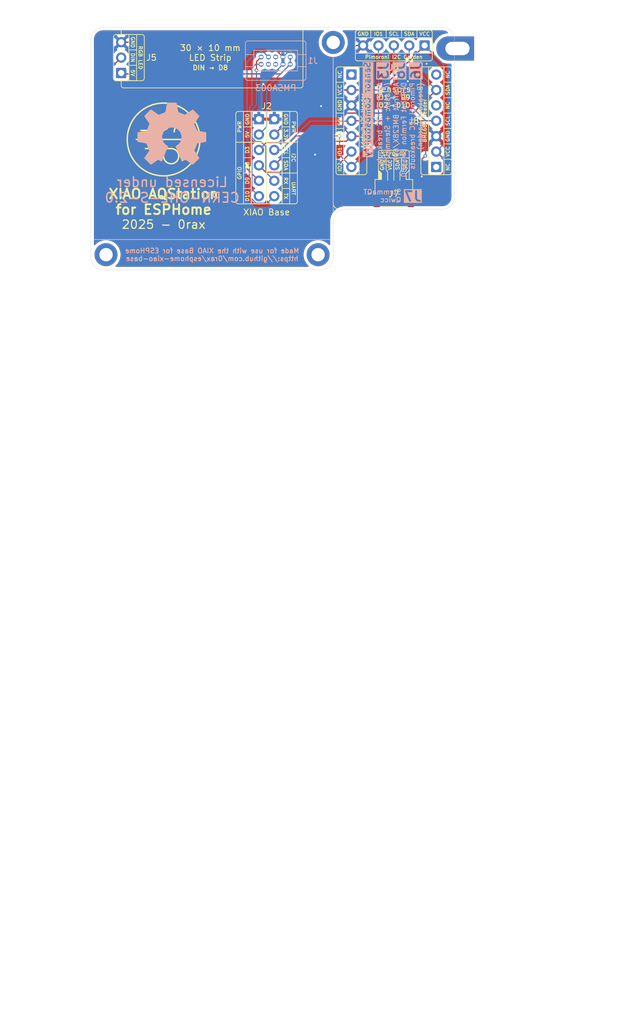
<source format=kicad_pcb>
(kicad_pcb (version 20241229) (generator "pcbnew") (generator_version "9.0")
  (title_block (title "XIAO AQStation for ESPHome") (date "2025-03-26") (rev "v1.00") (company "0rax") (comment 1 "https://github.com/0rax/esphome-xiao-base/"))
  (layers (0 "F.Cu" signal) (2 "B.Cu" signal) (13 "F.Paste" user) (15 "B.Paste" user) (5 "F.SilkS" user "F.Silkscreen") (7 "B.SilkS" user "B.Silkscreen") (1 "F.Mask" user) (3 "B.Mask" user) (25 "Edge.Cuts" user))
  (net 0 "")
  (net 1 "GND")
  (net 2 "+3.3V")
  (net 3 "/SCL")
  (net 4 "/SDA")
  (net 5 "+5V")
  (net 10 "/TX")
  (net 11 "/RX")
  (net 13 "/D3")
  (net 16 "/D8")
  (net 17 "/D9")
  (net 18 "/D10")
  (footprint "Connector_JST:JST_SH_SM04B-SRSS-TB_1x04-1MP_P1.00mm_Horizontal" (layer "F.Cu") (at 80 56.885)
    (property "Reference" "J7" (at 0 0.6 180) (layer "F.SilkS"))
    (property "Value" "StemmaQT_Qwiic_Header")
    (fp_text user "SCL" (at 1.905 -4.191 90) (layer "F.SilkS") (effects (font (size 0.6 0.6) (thickness 0.12))))
    (fp_text user "VCC" (at -0.635 -4.191 90) (layer "F.SilkS") (effects (font (size 0.6 0.6) (thickness 0.12))))
    (fp_text user "GND" (at -1.905 -4.191 90) (layer "F.SilkS") (effects (font (size 0.6 0.6) (thickness 0.12))))
    (fp_text user "SDA" (at 0.635 -4.191 90) (layer "F.SilkS") (effects (font (size 0.6 0.6) (thickness 0.12))))
    (fp_text user "ST/Qwiic" (at 0 -5.969 0) (layer "F.SilkS") (effects (font (size 0.6 0.6) (thickness 0.12))))
    (pad "1" smd roundrect (at -1.5 -2) (size 0.6 1.55) (layers "F.Cu" "F.Mask" "F.Paste") (net 1 "GND"))
    (pad "2" smd roundrect (at -0.5 -2) (size 0.6 1.55) (layers "F.Cu" "F.Mask" "F.Paste") (net 2 "+3.3V"))
    (pad "3" smd roundrect (at 0.5 -2) (size 0.6 1.55) (layers "F.Cu" "F.Mask" "F.Paste") (net 4 "/SDA"))
    (pad "4" smd roundrect (at 1.5 -2) (size 0.6 1.55) (layers "F.Cu" "F.Mask" "F.Paste") (net 3 "/SCL"))
    (pad "MP" smd roundrect (at -2.8 1.875) (size 1.2 1.8) (layers "F.Cu" "F.Mask" "F.Paste") (roundrect_rratio 0.208333))
    (pad "MP" smd roundrect (at 2.8 1.875) (size 1.2 1.8) (layers "F.Cu" "F.Mask" "F.Paste") (roundrect_rratio 0.208333))
  )
  (footprint "MountingHole:MountingHole_2.2mm_M2_ISO14580_Pad" (layer "F.Cu") (at 70 32.5)
    (property "Reference" "H7" (hide yes))
    (property "Value" "MountingHole_2.2mm_M2_ISO14580_Pad")
    (pad "1" thru_hole circle (at 0 0) (size 3.8 3.8) (drill 2.2) (layers "*.Cu" "*.Mask"))
  )
  (footprint "Header:Adafruit_I2C_Header" (layer "F.Cu") (at 73 45.42)
    (property "Reference" "J3" (at 3.6 0 0) (layer "F.SilkS"))
    (property "Value" "Adafruit_I2C_Header")
    (fp_text user "SDA" (at -1.905 2.54 90) (layer "F.SilkS") (effects (font (size 0.6 0.6) (thickness 0.12))))
    (fp_text user "NC" (at -1.905 -7.62 90) (layer "F.SilkS") (effects (font (size 0.6 0.6) (thickness 0.12))))
    (fp_text user "VCC" (at -1.905 -5.08 90) (layer "F.SilkS") (effects (font (size 0.6 0.6) (thickness 0.12))))
    (fp_text user "GND" (at -1.905 -2.54 90) (layer "F.SilkS") (effects (font (size 0.6 0.6) (thickness 0.12))))
    (fp_text user "IO2" (at -1.905 7.63 90) (layer "F.SilkS") (effects (font (size 0.6 0.6) (thickness 0.12))))
    (fp_text user "SCL" (at -1.905 0 90) (layer "F.SilkS") (effects (font (size 0.6 0.6) (thickness 0.12))))
    (fp_text user "IO1" (at -1.905 5.08 90) (layer "F.SilkS") (effects (font (size 0.6 0.6) (thickness 0.12))))
    (fp_text user "Adafruit I2C Header" (at 1.905 0.01 90) (layer "F.SilkS") (effects (font (size 0.6 0.6) (thickness 0.12) (bold yes))))
    (pad "1" thru_hole roundrect (at 0 -7.62) (size 1.7 1.7) (drill 1) (layers "*.Cu" "*.Mask") (roundrect_rratio 0.1))
    (pad "2" thru_hole circle (at 0 -5.08) (size 1.7 1.7) (drill 1) (layers "*.Cu" "*.Mask") (net 2 "+3.3V"))
    (pad "3" thru_hole circle (at 0 -2.54) (size 1.7 1.7) (drill 1) (layers "*.Cu" "*.Mask") (net 1 "GND"))
    (pad "4" thru_hole circle (at 0 0) (size 1.7 1.7) (drill 1) (layers "*.Cu" "*.Mask") (net 3 "/SCL"))
    (pad "5" thru_hole circle (at 0 2.54) (size 1.7 1.7) (drill 1) (layers "*.Cu" "*.Mask") (net 4 "/SDA"))
    (pad "6" thru_hole circle (at 0 5.08) (size 1.7 1.7) (drill 1) (layers "*.Cu" "*.Mask") (net 17 "/D9"))
    (pad "7" thru_hole circle (at 0 7.62) (size 1.7 1.7) (drill 1) (layers "*.Cu" "*.Mask") (net 18 "/D10"))
  )
  (footprint "LKBD_MountingHole:MountingHole_M2_Slot" (layer "F.Cu") (at 92 33.5 180)
    (property "Reference" "H2" (hide yes))
    (property "Value" "MountingHole_M2_Slot" (hide yes))
    (pad "1" thru_hole custom (at 1.5 0 180) (size 4 4) (drill oval 5.2 2.2 (offset 1.5 0)) (layers "*.Cu" "*.Mask") (options (clearance outline) (anchor circle)) (primitives (gr_rect (start -4.25 -2) (end 0 2) (width 0) (fill yes))))
  )
  (footprint "Header:Pimoroni_I2CGarden_Header" (layer "F.Cu") (at 80 33 -90)
    (property "Reference" "J6" (at 3.66 0 0) (layer "F.SilkS"))
    (property "Value" "Pimoroni_I2CGarden_Header")
    (fp_text user "IO1" (at -1.905 2.54 0) (layer "F.SilkS") (effects (font (size 0.6 0.6) (thickness 0.12))))
    (fp_text user "VCC" (at -1.905 -5.08 0) (layer "F.SilkS") (effects (font (size 0.6 0.6) (thickness 0.12))))
    (fp_text user "GND" (at -1.905 5.08 0) (layer "F.SilkS") (effects (font (size 0.6 0.6) (thickness 0.12))))
    (fp_text user "SCL" (at -1.905 0 0) (layer "F.SilkS") (effects (font (size 0.6 0.6) (thickness 0.12))))
    (fp_text user "SDA" (at -1.905 -2.54 0) (layer "F.SilkS") (effects (font (size 0.6 0.6) (thickness 0.12))))
    (fp_text user "Pimoroni I2C Garden" (at 1.905 0 0) (layer "F.SilkS") (effects (font (size 0.6 0.6) (thickness 0.12) (bold yes))))
    (pad "1" thru_hole roundrect (at 0 -5.08 270) (size 1.7 1.7) (drill 1) (layers "*.Cu" "*.Mask") (roundrect_rratio 0.1) (net 2 "+3.3V"))
    (pad "2" thru_hole circle (at 0 -2.54 270) (size 1.7 1.7) (drill 1) (layers "*.Cu" "*.Mask") (net 4 "/SDA"))
    (pad "3" thru_hole circle (at 0 0 270) (size 1.7 1.7) (drill 1) (layers "*.Cu" "*.Mask") (net 3 "/SCL"))
    (pad "4" thru_hole circle (at 0 2.54 270) (size 1.7 1.7) (drill 1) (layers "*.Cu" "*.Mask") (net 18 "/D10"))
    (pad "5" thru_hole circle (at 0 5.08 270) (size 1.7 1.7) (drill 1) (layers "*.Cu" "*.Mask") (net 1 "GND"))
  )
  (footprint "ESPHomeXIAOBase:XIAOBase_Header" (layer "F.Cu") (at 59 51.5)
    (property "Reference" "J2" (at 0 -8.5 0) (layer "F.SilkS"))
    (property "Value" "Conn_02x06_Odd_Even")
    (fp_text user "D9" (at -3.175 3.81 90) (layer "F.SilkS") (effects (font (size 0.6 0.6) (thickness 0.12))))
    (fp_text user "D10" (at -3.175 6.35 90) (layer "F.SilkS") (effects (font (size 0.6 0.6) (thickness 0.12))))
    (fp_text user "5V" (at -3.175 -3.81 90) (layer "F.SilkS") (effects (font (size 0.6 0.6) (thickness 0.12))))
    (fp_text user "D8" (at -3.175 1.27 90) (layer "F.SilkS") (effects (font (size 0.6 0.6) (thickness 0.12))))
    (fp_text user "D3" (at -3.175 -1.27 90) (layer "F.SilkS") (effects (font (size 0.6 0.6) (thickness 0.12))))
    (fp_text user "GND" (at 3.175 -6.35 270) (layer "F.SilkS") (effects (font (size 0.6 0.6) (thickness 0.12))))
    (fp_text user "GPIO" (at -4.445 2.54 90) (layer "F.SilkS") (effects (font (size 0.6 0.6) (thickness 0.12) (bold yes))))
    (fp_text user "RX" (at 3.175 3.81 270) (layer "F.SilkS") (effects (font (size 0.6 0.6) (thickness 0.12))))
    (fp_text user "GND" (at -3.175 -6.35 90) (layer "F.SilkS") (effects (font (size 0.6 0.6) (thickness 0.12))))
    (fp_text user "UART" (at 4.445 5.08 270) (layer "F.SilkS") (effects (font (size 0.6 0.6) (thickness 0.12) (bold yes))))
    (fp_text user "SDA" (at 3.175 1.27 270) (layer "F.SilkS") (effects (font (size 0.6 0.6) (thickness 0.12))))
    (fp_text user "PWR" (at -4.445 -5.08 90) (layer "F.SilkS") (effects (font (size 0.6 0.6) (thickness 0.12) (bold yes))))
    (fp_text user "I2C" (at 4.445 0 270) (layer "F.SilkS") (effects (font (size 0.6 0.6) (thickness 0.12) (bold yes))))
    (fp_text user "SCL" (at 3.175 -1.27 270) (layer "F.SilkS") (effects (font (size 0.6 0.6) (thickness 0.12))))
    (fp_text user "PWR" (at 4.445 -5.08 270) (layer "F.SilkS") (effects (font (size 0.6 0.6) (thickness 0.12) (bold yes))))
    (fp_text user "3.3V" (at 3.175 -3.81 270) (layer "F.SilkS") (effects (font (size 0.6 0.6) (thickness 0.12))))
    (fp_text user "TX" (at 3.175 6.35 270) (layer "F.SilkS") (effects (font (size 0.6 0.6) (thickness 0.12))))
    (pad "1" thru_hole roundrect (at 1.27 -6.35 180) (size 1.7 1.7) (drill 1) (layers "*.Cu" "*.Mask") (roundrect_rratio 0.1) (chamfer_ratio 0.2) (chamfer top_left) (net 1 "GND"))
    (pad "2" thru_hole roundrect (at -1.27 -6.35 180) (size 1.7 1.7) (drill 1) (layers "*.Cu" "*.Mask") (roundrect_rratio 0.1) (net 1 "GND"))
    (pad "3" thru_hole oval (at 1.27 -3.81 180) (size 1.7 1.7) (drill 1) (layers "*.Cu" "*.Mask") (net 2 "+3.3V"))
    (pad "4" thru_hole oval (at -1.27 -3.81 180) (size 1.7 1.7) (drill 1) (layers "*.Cu" "*.Mask") (net 5 "+5V"))
    (pad "5" thru_hole oval (at 1.27 -1.27 180) (size 1.7 1.7) (drill 1) (layers "*.Cu" "*.Mask") (net 3 "/SCL"))
    (pad "6" thru_hole oval (at -1.27 -1.27 180) (size 1.7 1.7) (drill 1) (layers "*.Cu" "*.Mask") (net 18 "/D10"))
    (pad "7" thru_hole oval (at 1.27 1.27 180) (size 1.7 1.7) (drill 1) (layers "*.Cu" "*.Mask") (net 4 "/SDA"))
    (pad "8" thru_hole oval (at -1.27 1.27 180) (size 1.7 1.7) (drill 1) (layers "*.Cu" "*.Mask") (net 17 "/D9"))
    (pad "9" thru_hole oval (at 1.27 3.81 180) (size 1.7 1.7) (drill 1) (layers "*.Cu" "*.Mask") (net 11 "/RX"))
    (pad "10" thru_hole oval (at -1.27 3.81 180) (size 1.7 1.7) (drill 1) (layers "*.Cu" "*.Mask") (net 16 "/D8"))
    (pad "11" thru_hole oval (at 1.27 6.35 180) (size 1.7 1.7) (drill 1) (layers "*.Cu" "*.Mask") (net 10 "/TX"))
    (pad "12" thru_hole oval (at -1.27 6.35 180) (size 1.7 1.7) (drill 1) (layers "*.Cu" "*.Mask") (net 13 "/D3"))
  )
  (footprint "Header:NeoPixel_Header" (layer "F.Cu") (at 35 35 180)
    (property "Reference" "J5" (at -5 0 180) (layer "F.SilkS"))
    (property "Value" "RGB_Header")
    (fp_text user "DIN" (at -1.905 0 270) (layer "F.SilkS") (effects (font (size 0.6 0.6) (thickness 0.12))))
    (fp_text user "GND" (at -1.905 2.54 270) (layer "F.SilkS") (effects (font (size 0.6 0.6) (thickness 0.12))))
    (fp_text user "RGB LED" (at -3.175 -0.019 270) (layer "F.SilkS") (effects (font (size 0.6 0.6) (thickness 0.12) (bold yes))))
    (fp_text user "5V" (at -1.905 -2.54 270) (layer "F.SilkS") (effects (font (size 0.6 0.6) (thickness 0.12))))
    (pad "1" thru_hole roundrect (at 0 -2.54 180) (size 1.7 1.7) (drill 1) (layers "*.Cu" "*.Mask") (roundrect_rratio 0.1) (net 5 "+5V"))
    (pad "2" thru_hole circle (at 0 0 180) (size 1.7 1.7) (drill 1) (layers "*.Cu" "*.Mask") (net 16 "/D8"))
    (pad "3" thru_hole circle (at 0 2.54 180) (size 1.7 1.7) (drill 1) (layers "*.Cu" "*.Mask") (net 1 "GND"))
  )
  (footprint "MountingHole:MountingHole_2.2mm_M2_ISO14580_Pad" (layer "F.Cu") (at 32.5 67.5)
    (property "Reference" "H3" (hide yes))
    (property "Value" "MountingHole_2.2mm_M2_ISO14580_Pad")
    (pad "1" thru_hole circle (at 0 0) (size 3.8 3.8) (drill 2.2) (layers "*.Cu" "*.Mask"))
  )
  (footprint "MountingHole:MountingHole_2.2mm_M2_ISO14580_Pad" (layer "F.Cu") (at 67.5 67.5)
    (property "Reference" "H4" (hide yes))
    (property "Value" "MountingHole_2.2mm_M2_ISO14580_Pad")
    (pad "1" thru_hole circle (at 0 0) (size 3.8 3.8) (drill 2.2) (layers "*.Cu" "*.Mask"))
  )
  (footprint "Header:BME680_Header" (layer "F.Cu") (at 87 45.42 180)
    (property "Reference" "J8" (at 3.7 0 0) (layer "F.SilkS"))
    (property "Value" "BME680_Header")
    (fp_text user "BME680 Header" (at 1.905 0.01 90) (layer "F.SilkS") (effects (font (size 0.6 0.6) (thickness 0.12) (bold yes))))
    (fp_text user "GND" (at -1.905 -2.54 90) (layer "F.SilkS") (effects (font (size 0.6 0.6) (thickness 0.12))))
    (fp_text user "SDA" (at -1.905 5.08 90) (layer "F.SilkS") (effects (font (size 0.6 0.6) (thickness 0.12))))
    (fp_text user "VCC" (at -1.905 -5.08 90) (layer "F.SilkS") (effects (font (size 0.6 0.6) (thickness 0.12))))
    (fp_text user "NC" (at -1.905 -7.62 90) (layer "F.SilkS") (effects (font (size 0.6 0.6) (thickness 0.12))))
    (fp_text user "SCL" (at -1.905 0 90) (layer "F.SilkS") (effects (font (size 0.6 0.6) (thickness 0.12))))
    (fp_text user "NC" (at -1.905 7.63 90) (layer "F.SilkS") (effects (font (size 0.6 0.6) (thickness 0.12))))
    (fp_text user "NC" (at -1.905 2.54 90) (layer "F.SilkS") (effects (font (size 0.6 0.6) (thickness 0.12))))
    (pad "1" thru_hole roundrect (at 0 -7.62 180) (size 1.7 1.7) (drill 1) (layers "*.Cu" "*.Mask") (roundrect_rratio 0.1))
    (pad "2" thru_hole circle (at 0 -5.08 180) (size 1.7 1.7) (drill 1) (layers "*.Cu" "*.Mask") (net 2 "+3.3V"))
    (pad "3" thru_hole circle (at 0 -2.54 180) (size 1.7 1.7) (drill 1) (layers "*.Cu" "*.Mask") (net 1 "GND"))
    (pad "4" thru_hole circle (at 0 0 180) (size 1.7 1.7) (drill 1) (layers "*.Cu" "*.Mask") (net 3 "/SCL"))
    (pad "5" thru_hole circle (at 0 2.54 180) (size 1.7 1.7) (drill 1) (layers "*.Cu" "*.Mask"))
    (pad "6" thru_hole circle (at 0 5.08 180) (size 1.7 1.7) (drill 1) (layers "*.Cu" "*.Mask") (net 4 "/SDA"))
    (pad "7" thru_hole circle (at 0 7.62 180) (size 1.7 1.7) (drill 1) (layers "*.Cu" "*.Mask"))
  )
  (footprint "AqSensor:PMSA003" (layer "B.Cu") (at 68 30 180)
    (property "Reference" "J1" (at 1.4 -5.5 180) (layer "B.SilkS") (effects (justify mirror)))
    (property "Value" "PMSA003" (at 7.5 -10 180) (layer "B.SilkS") (effects (justify mirror)))
    (pad "1" thru_hole circle (at 5.1 -4.9 180) (size 0.8 0.8) (drill oval 0.6 0.35) (layers "*.Cu" "*.Mask") (net 5 "+5V"))
    (pad "2" thru_hole circle (at 5.1 -6.1 180) (size 0.8 0.8) (drill oval 0.6 0.35) (layers "*.Cu" "*.Mask") (net 5 "+5V"))
    (pad "3" thru_hole circle (at 6.3 -4.9 180) (size 0.8 0.8) (drill oval 0.6 0.35) (layers "*.Cu" "*.Mask") (net 1 "GND"))
    (pad "4" thru_hole circle (at 6.3 -6.1 180) (size 0.8 0.8) (drill oval 0.6 0.35) (layers "*.Cu" "*.Mask") (net 1 "GND"))
    (pad "5" thru_hole circle (at 7.5 -4.9 180) (size 0.8 0.8) (drill oval 0.6 0.35) (layers "*.Cu" "*.Mask"))
    (pad "6" thru_hole circle (at 7.5 -6.1 180) (size 0.8 0.8) (drill oval 0.6 0.35) (layers "*.Cu" "*.Mask"))
    (pad "7" thru_hole circle (at 8.7 -4.9 180) (size 0.8 0.8) (drill oval 0.6 0.35) (layers "*.Cu" "*.Mask") (net 10 "/TX"))
    (pad "8" thru_hole circle (at 8.7 -6.1 180) (size 0.8 0.8) (drill oval 0.6 0.35) (layers "*.Cu" "*.Mask"))
    (pad "9" thru_hole circle (at 9.9 -4.9 180) (size 0.8 0.8) (drill oval 0.6 0.35) (layers "*.Cu" "*.Mask") (net 11 "/RX"))
    (pad "10" thru_hole circle (at 9.9 -6.1 180) (size 0.8 0.8) (drill oval 0.6 0.35) (layers "*.Cu" "*.Mask") (net 13 "/D3"))
  )
  (gr_line (start 70 59.2) (end 70 34.9) (stroke (width 0.12)) (layer "F.SilkS"))
  (gr_line (start 35.4 40) (end 64.6 40) (stroke (width 0.12)) (layer "F.SilkS"))
  (gr_line (start 38.25 47) (end 41.75 47) (stroke (width 0.24)) (layer "F.SilkS"))
  (gr_arc (start 43.25 50) (mid 44.133883 52.133883) (end 42 51.25) (stroke (width 0.24)) (layer "F.SilkS"))
  (gr_arc (start 35.4 40) (mid 35.117157 39.882843) (end 35 39.6) (stroke (width 0.12)) (layer "F.SilkS"))
  (gr_arc (start 71 60) (mid 70.292893 59.707107) (end 70 59) (stroke (width 0.12)) (layer "F.SilkS"))
  (gr_arc (start 65 39.6) (mid 64.882843 39.882843) (end 64.6 40) (stroke (width 0.12)) (layer "F.SilkS"))
  (gr_line (start 37.5 48.5) (end 45 48.5) (stroke (width 0.24)) (layer "F.SilkS"))
  (gr_circle (center 42 48.5) (end 42 54.5) (stroke (width 0.24)) (fill no) (layer "F.SilkS"))
  (gr_arc (start 43.75 47.25) (mid 45.883883 46.366117) (end 45 48.5) (stroke (width 0.24)) (layer "F.SilkS"))
  (gr_line (start 39 50) (end 43.25 50) (stroke (width 0.24)) (layer "F.SilkS"))
  (gr_line (start 35 31.15) (end 35 30.5) (stroke (width 0.12)) (layer "F.SilkS"))
  (gr_arc (start 40.5 45.75) (mid 42.633883 44.866117) (end 41.75 47) (stroke (width 0.24)) (layer "F.SilkS"))
  (gr_line (start 65 30.5) (end 65 39.6) (stroke (width 0.12)) (layer "F.SilkS"))
  (gr_line (start 35 39.6) (end 35 38.85) (stroke (width 0.12)) (layer "F.SilkS"))
  (gr_line (start 69.5 65) (end 30.5 65) (stroke (width 0.12)) (layer "B.SilkS"))
  (gr_line (start 70 60.5) (end 70 34.9) (stroke (width 0.12)) (layer "B.SilkS"))
  (gr_poly (pts (xy 44.081693 42.426547) (xy 44.084914 42.426788) (xy 44.088118 42.427184) (xy 44.0913 42.427731) (xy 44.094455 42.428426) (xy 44.097579 42.429264) (xy 44.100667 42.430242) (xy 44.103714 42.431354) (xy 44.106717 42.432598) (xy 44.109669 42.433968) (xy 44.115407 42.437074) (xy 44.120892 42.440638) (xy 44.126086 42.444629) (xy 44.130952 42.449014) (xy 44.135455 42.45376) (xy 44.139557 42.458834) (xy 44.143221 42.464205) (xy 44.144877 42.466991) (xy 44.146411 42.469839) (xy 44.147817 42.472745) (xy 44.14909 42.475704) (xy 44.150227 42.478713) (xy 44.151221 42.481767) (xy 44.15207 42.484863) (xy 44.152768 42.487996) (xy 44.421135 43.930645) (xy 44.423033 43.937533) (xy 44.425326 43.944251) (xy 44.428002 43.950785) (xy 44.43105 43.95712) (xy 44.434457 43.963242) (xy 44.438211 43.969138) (xy 44.442299 43.974793) (xy 44.44671 43.980193) (xy 44.451431 43.985324) (xy 44.45645 43.990172) (xy 44.461754 43.994724) (xy 44.467332 43.998963) (xy 44.473172 44.002878) (xy 44.47926 44.006453) (xy 44.485585 44.009674) (xy 44.492135 44.012528) (xy 45.459108 44.408215) (xy 45.465799 44.410854) (xy 45.472593 44.413071) (xy 45.47947 44.414868) (xy 45.486412 44.416248) (xy 45.4934 44.41721) (xy 45.500416 44.417757) (xy 45.50744 44.417889) (xy 45.514455 44.417608) (xy 45.52144 44.416915) (xy 45.528379 44.415811) (xy 45.535251 44.414298) (xy 45.542039 44.412378) (xy 45.548723 44.41005) (xy 45.555285 44.407318) (xy 45.561706 44.404181) (xy 45.567968 44.400641) (xy 46.773015 43.573296) (xy 46.775893 43.571562) (xy 46.778821 43.569963) (xy 46.784807 43.567169) (xy 46.790942 43.56491) (xy 46.797193 43.563183) (xy 46.803525 43.561985) (xy 46.809907 43.561312) (xy 46.816303 43.561162) (xy 46.822683 43.56153) (xy 46.829011 43.562414) (xy 46.835256 43.56381) (xy 46.841383 43.565715) (xy 46.84736 43.568126) (xy 46.853153 43.57104) (xy 46.85873 43.574452) (xy 46.864056 43.578361) (xy 46.866615 43.580501) (xy 46.869099 43.582763) (xy 47.883875 44.597539) (xy 47.886122 44.599858) (xy 47.888246 44.602284) (xy 47.890248 44.604811) (xy 47.892126 44.607433) (xy 47.893881 44.610143) (xy 47.895512 44.612936) (xy 47.897019 44.615804) (xy 47.898402 44.618741) (xy 47.899659 44.621742) (xy 47.900792 44.6248) (xy 47.90268 44.63106) (xy 47.904063 44.637471) (xy 47.904939 44.643982) (xy 47.905305 44.650544) (xy 47.905157 44.657105) (xy 47.904494 44.663614) (xy 47.903312 44.670022) (xy 47.902526 44.673172) (xy 47.901609 44.676277) (xy 47.900561 44.679331) (xy 47.899382 44.682329) (xy 47.898071 44.685263) (xy 47.896628 44.688127) (xy 47.895052 44.690915) (xy 47.893344 44.693621) (xy 47.080197 45.878316) (xy 47.076707 45.884507) (xy 47.073621 45.890857) (xy 47.070942 45.897347) (xy 47.06867 45.903957) (xy 47.066806 45.910669) (xy 47.065352 45.917464) (xy 47.064309 45.924322) (xy 47.063678 45.931225) (xy 47.06346 45.938153) (xy 47.063656 45.945087) (xy 47.064268 45.952009) (xy 47.065297 45.958898) (xy 47.066743 45.965737) (xy 47.068609 45.972506) (xy 47.070894 45.979186) (xy 47.073602 45.985757) (xy 47.500999 46.983496) (xy 47.503957 46.990036) (xy 47.507275 46.99635) (xy 47.51094 47.002427) (xy 47.514936 47.008255) (xy 47.519252 47.013823) (xy 47.523872 47.019118) (xy 47.528784 47.024129) (xy 47.533973 47.028843) (xy 47.539426 47.03325) (xy 47.545129 47.037337) (xy 47.551069 47.041093) (xy 47.557231 47.044506) (xy 47.563602 47.047564) (xy 47.570168 47.050256) (xy 47.576916 47.052569) (xy 47.583832 47.054492) (xy 48.978202 47.313866) (xy 48.978638 47.313866) (xy 48.981771 47.314521) (xy 48.984867 47.315333) (xy 48.987922 47.316295) (xy 48.990931 47.317404) (xy 48.99389 47.318655) (xy 48.996796 47.320042) (xy 48.999644 47.321562) (xy 49.00243 47.323208) (xy 49.005151 47.324976) (xy 49.007801 47.326862) (xy 49.010378 47.32886) (xy 49.012876 47.330966) (xy 49.015292 47.333174) (xy 49.017622 47.33548) (xy 49.019861 47.33788) (xy 49.022006 47.340367) (xy 49.024053 47.342937) (xy 49.025997 47.345586) (xy 49.027835 47.348309) (xy 49.029561 47.3511) (xy 49.031174 47.353955) (xy 49.032667 47.356868) (xy 49.034037 47.359836) (xy 49.035281 47.362853) (xy 49.036393 47.365914) (xy 49.03737 47.369015) (xy 49.038208 47.372151) (xy 49.038903 47.375316) (xy 49.039451 47.378506) (xy 49.039847 47.381716) (xy 49.040088 47.384941) (xy 49.040169 47.388176) (xy 49.040169 48.823725) (xy 49.039995 48.827077) (xy 49.039682 48.830395) (xy 49.039233 48.833675) (xy 49.038649 48.836914) (xy 49.037934 48.84011) (xy 49.03709 48.843258) (xy 49.03612 48.846355) (xy 49.035026 48.849399) (xy 49.032479 48.855313) (xy 49.02947 48.860974) (xy 49.026021 48.866357) (xy 49.022151 48.871435) (xy 49.017883 48.876183) (xy 49.013239 48.880576) (xy 49.008238 48.884588) (xy 49.002902 48.888193) (xy 49.000116 48.889835) (xy 48.997253 48.891365) (xy 48.994318 48.892781) (xy 48.991312 48.89408) (xy 48.988238 48.895257) (xy 48.9851 48.89631) (xy 48.981899 48.897236) (xy 48.978638 48.898032) (xy 47.617872 49.151255) (xy 47.611018 49.153154) (xy 47.604339 49.155456) (xy 47.597851 49.158147) (xy 47.591567 49.161216) (xy 47.585502 49.164648) (xy 47.579671 49.168431) (xy 47.574088 49.172552) (xy 47.568768 49.176998) (xy 47.563725 49.181757) (xy 47.558974 49.186814) (xy 47.554529 49.192159) (xy 47.550406 49.197776) (xy 47.546618 49.203654) (xy 47.54318 49.20978) (xy 47.540106 49.216141) (xy 47.537412 49.222724) (xy 47.112379 50.283886) (xy 47.109795 50.290564) (xy 47.107628 50.29734) (xy 47.105878 50.304197) (xy 47.104542 50.311117) (xy 47.103621 50.31808) (xy 47.103111 50.325067) (xy 47.103013 50.332062) (xy 47.103324 50.339045) (xy 47.104044 50.345998) (xy 47.10517 50.352902) (xy 47.106701 50.359739) (xy 47.108637 50.36649) (xy 47.110976 50.373138) (xy 47.113716 50.379663) (xy 47.116856 50.386047) (xy 47.120395 50.392272) (xy 47.89331 51.518278) (xy 47.89505 51.52117) (xy 47.896655 51.524111) (xy 47.89946 51.530127) (xy 47.901728 51.536291) (xy 47.903462 51.542571) (xy 47.904666 51.548933) (xy 47.905343 51.555344) (xy 47.905495 51.561771) (xy 47.905128 51.56818) (xy 47.904242 51.574539) (xy 47.902843 51.580813) (xy 47.900932 51.58697) (xy 47.898515 51.592977) (xy 47.895592 51.5988) (xy 47.892169 51.604406) (xy 47.888248 51.609761) (xy 47.886102 51.612334) (xy 47.883833 51.614833) (xy 46.869056 52.629609) (xy 46.866556 52.631842) (xy 46.863982 52.633953) (xy 46.861339 52.635941) (xy 46.858631 52.637806) (xy 46.855862 52.639548) (xy 46.853036 52.641167) (xy 46.850157 52.642662) (xy 46.84723 52.644032) (xy 46.841245 52.646397) (xy 46.835114 52.648261) (xy 46.828871 52.649619) (xy 46.822546 52.650468) (xy 46.816174 52.650807) (xy 46.809787 52.650631) (xy 46.803417 52.649937) (xy 46.797097 52.648723) (xy 46.793966 52.64792) (xy 46.79086 52.646986) (xy 46.787783 52.64592) (xy 46.784739 52.644721) (xy 46.781731 52.643391) (xy 46.778765 52.641927) (xy 46.775844 52.640331) (xy 46.772972 52.638601) (xy 45.666373 51.879414) (xy 45.660229 51.87596) (xy 45.653922 51.872933) (xy 45.647475 51.870331) (xy 45.640907 51.868157) (xy 45.634239 51.866411) (xy 45.627493 51.865093) (xy 45.62069 51.864205) (xy 45.613851 51.863746) (xy 45.606996 51.863719) (xy 45.600147 51.864124) (xy 45.593325 51.86496) (xy 45.586551 51.86623) (xy 45.579845 51.867934) (xy 45.57323 51.870073) (xy 45.566725 51.872647) (xy 45.560352 51.875657) (xy 45.072841 52.135976) (xy 45.070111 52.137357) (xy 45.067324 52.138584) (xy 45.064489 52.139658) (xy 45.061611 52.140576) (xy 45.058696 52.14134) (xy 45.05575 52.141948) (xy 45.052781 52.1424) (xy 45.049794 52.142696) (xy 45.046796 52.142835) (xy 45.043792 52.142817) (xy 45.04079 52.142641) (xy 45.037795 52.142307) (xy 45.034814 52.141814) (xy 45.031853 52.141163) (xy 45.028919 52.140351) (xy 45.026017 52.13938) (xy 45.023171 52.138255) (xy 45.020403 52.136986) (xy 45.017718 52.135578) (xy 45.01512 52.134036) (xy 45.012613 52.132363) (xy 45.010203 52.130565) (xy 45.007893 52.128645) (xy 45.005688 52.126608) (xy 45.003593 52.124458) (xy 45.001613 52.1222) (xy 44.999751 52.119838) (xy 44.998012 52.117377) (xy 44.996401 52.114821) (xy 44.994923 52.112174) (xy 44.993581 52.109442) (xy 44.992381 52.106627) (xy 43.986633 49.676147) (xy 43.985509 49.673002) (xy 43.98453 49.669834) (xy 43.983002 49.663452) (xy 43.982038 49.657032) (xy 43.981628 49.65061) (xy 43.98176 49.644216) (xy 43.982424 49.637885) (xy 43.983609 49.63165) (xy 43.985305 49.625542) (xy 43.987501 49.619597) (xy 43.990187 49.613846) (xy 43.993351 49.608322) (xy 43.996983 49.603059) (xy 44.001073 49.598089) (xy 44.00561 49.593446) (xy 44.010582 49.589163) (xy 44.013228 49.587166) (xy 44.01598 49.585272) (xy 44.138094 49.510489) (xy 44.146959 49.504743) (xy 44.156403 49.498249) (xy 44.166247 49.491146) (xy 44.176313 49.483571) (xy 44.186424 49.475664) (xy 44.196401 49.467562) (xy 44.206066 49.459405) (xy 44.215242 49.451329) (xy 44.270009 49.414725) (xy 44.322862 49.376162) (xy 44.373776 49.335714) (xy 44.422723 49.293453) (xy 44.469675 49.249452) (xy 44.514606 49.203782) (xy 44.557489 49.156517) (xy 44.598295 49.107729) (xy 44.636999 49.05749) (xy 44.673573 49.005874) (xy 44.707989 48.952951) (xy 44.74022 48.898796) (xy 44.77024 48.84348) (xy 44.798021 48.787075) (xy 44.823535 48.729655) (xy 44.846756 48.671292) (xy 44.867657 48.612059) (xy 44.88621 48.552027) (xy 44.902387 48.491269) (xy 44.916163 48.429858) (xy 44.927509 48.367867) (xy 44.936399 48.305367) (xy 44.942805 48.242431) (xy 44.9467 48.179133) (xy 44.948057 48.115543) (xy 44.946848 48.051735) (xy 44.943047 47.987782) (xy 44.936626 47.923755) (xy 44.927558 47.859727) (xy 44.915816 47.795771) (xy 44.901373 47.731959) (xy 44.884201 47.668364) (xy 44.864428 47.605529) (xy 44.842238 47.54398) (xy 44.817695 47.483765) (xy 44.790859 47.42493) (xy 44.761794 47.36752) (xy 44.73056 47.311583) (xy 44.69722 47.257164) (xy 44.661837 47.204311) (xy 44.624471 47.15307) (xy 44.585184 47.103486) (xy 44.54404 47.055608) (xy 44.501099 47.00948) (xy 44.456424 46.96515) (xy 44.410076 46.922663) (xy 44.362118 46.882067) (xy 44.312611 46.843408) (xy 44.261617 46.806732) (xy 44.209199 46.772086) (xy 44.155418 46.739516) (xy 44.100337 46.709068) (xy 44.044016 46.680789) (xy 43.986519 46.654726) (xy 43.927906 46.630924) (xy 43.868241 46.609431) (xy 43.807585 46.590292) (xy 43.746 46.573555) (xy 43.683547 46.559265) (xy 43.62029 46.547469) (xy 43.556289 46.538214) (xy 43.491607 46.531546) (xy 43.426305 46.52751) (xy 43.360446 46.526155) (xy 43.294587 46.52751) (xy 43.229286 46.531546) (xy 43.100603 46.547469) (xy 42.974892 46.573555) (xy 42.852651 46.609431) (xy 42.734373 46.654726) (xy 42.620555 46.709068) (xy 42.511693 46.772086) (xy 42.408281 46.843409) (xy 42.310816 46.922664) (xy 42.219792 47.009481) (xy 42.135707 47.103487) (xy 42.059055 47.204312) (xy 41.990331 47.311584) (xy 41.930032 47.424931) (xy 41.878654 47.543982) (xy 41.856464 47.60553) (xy 41.83669 47.668365) (xy 41.805075 47.795772) (xy 41.784266 47.923756) (xy 41.774044 48.051736) (xy 41.774192 48.179134) (xy 41.784493 48.305368) (xy 41.804729 48.429859) (xy 41.834682 48.552028) (xy 41.874136 48.671293) (xy 41.922871 48.787076) (xy 41.980672 48.898797) (xy 42.047319 49.005875) (xy 42.122597 49.10773) (xy 42.206286 49.203783) (xy 42.29817 49.293455) (xy 42.39803 49.376164) (xy 42.50565 49.451331) (xy 42.514827 49.459562) (xy 42.524491 49.467832) (xy 42.534467 49.476001) (xy 42.544577 49.483931) (xy 42.554642 49.491484) (xy 42.564486 49.498521) (xy 42.573931 49.504902) (xy 42.5828 49.510489) (xy 42.704914 49.585272) (xy 42.707679 49.587156) (xy 42.710339 49.589144) (xy 42.712891 49.591231) (xy 42.715335 49.593413) (xy 42.71767 49.595686) (xy 42.719893 49.598046) (xy 42.722004 49.600489) (xy 42.724001 49.60301) (xy 42.725883 49.605606) (xy 42.727648 49.608271) (xy 42.729296 49.611003) (xy 42.730824 49.613796) (xy 42.732231 49.616646) (xy 42.733517 49.61955) (xy 42.734679 49.622503) (xy 42.735717 49.625501) (xy 42.736629 49.628539) (xy 42.737413 49.631614) (xy 42.738068 49.634721) (xy 42.738594 49.637857) (xy 42.738988 49.641016) (xy 42.739249 49.644195) (xy 42.739376 49.64739) (xy 42.739368 49.650595) (xy 42.739223 49.653808) (xy 42.738939 49.657024) (xy 42.738516 49.660239) (xy 42.737952 49.663448) (xy 42.737246 49.666648) (xy 42.736397 49.669834) (xy 42.735402 49.673002) (xy 42.734261 49.676147) (xy 41.728475 52.106119) (xy 41.727292 52.10895) (xy 41.725966 52.1117) (xy 41.724503 52.114363) (xy 41.722905 52.116937) (xy 41.721178 52.119416) (xy 41.719327 52.121796) (xy 41.717356 52.124073) (xy 41.715269 52.126241) (xy 41.713072 52.128297) (xy 41.710768 52.130235) (xy 41.708362 52.132052) (xy 41.705859 52.133744) (xy 41.703262 52.135304) (xy 41.700578 52.13673) (xy 41.69781 52.138017) (xy 41.694963 52.139159) (xy 41.692058 52.140148) (xy 41.68912 52.140976) (xy 41.686155 52.141644) (xy 41.683169 52.142152) (xy 41.680168 52.1425) (xy 41.677159 52.14269) (xy 41.674148 52.142721) (xy 41.671141 52.142594) (xy 41.668145 52.142309) (xy 41.665167 52.141867) (xy 41.662212 52.141268) (xy 41.659287 52.140513) (xy 41.656398 52.139602) (xy 41.653551 52.138536) (xy 41.650754 52.137314) (xy 41.648012 52.135938) (xy 41.160504 51.87563) (xy 41.154143 51.872596) (xy 41.14765 51.869998) (xy 41.141043 51.867834) (xy 41.134345 51.866104) (xy 41.127577 51.864808) (xy 41.120759 51.863945) (xy 41.113913 51.863514) (xy 41.107059 51.863514) (xy 41.100219 51.863945) (xy 41.093414 51.864806) (xy 41.086664 51.866097) (xy 41.07999 51.867817) (xy 41.073415 51.869964) (xy 41.066957 51.87254) (xy 41.06064 51.875542) (xy 41.054483 51.878971) (xy 39.947882 52.638594) (xy 39.944997 52.640331) (xy 39.942062 52.641934) (xy 39.93606 52.644739) (xy 39.92991 52.647013) (xy 39.923644 52.648759) (xy 39.917294 52.649979) (xy 39.910895 52.650677) (xy 39.904477 52.650856) (xy 39.898075 52.650518) (xy 39.89172 52.649668) (xy 39.885446 52.648307) (xy 39.879286 52.646439) (xy 39.873271 52.644067) (xy 39.867435 52.641194) (xy 39.861811 52.637823) (xy 39.85643 52.633957) (xy 39.853842 52.631839) (xy 39.851327 52.629599) (xy 38.836076 51.614836) (xy 38.833822 51.612327) (xy 38.83169 51.609744) (xy 38.829683 51.607091) (xy 38.8278 51.604371) (xy 38.826041 51.60159) (xy 38.824408 51.598751) (xy 38.8229 51.595858) (xy 38.821517 51.592916) (xy 38.820261 51.589929) (xy 38.819132 51.5869) (xy 38.817254 51.580737) (xy 38.815887 51.574459) (xy 38.815034 51.568099) (xy 38.814698 51.561691) (xy 38.814882 51.555269) (xy 38.815589 51.548864) (xy 38.81614 51.545679) (xy 38.816823 51.542512) (xy 38.817639 51.539365) (xy 38.818587 51.536243) (xy 38.819668 51.533152) (xy 38.820883 51.530093) (xy 38.822231 51.527073) (xy 38.823714 51.524095) (xy 38.825332 51.521162) (xy 38.827084 51.51828) (xy 39.6 50.391801) (xy 39.603526 50.385605) (xy 39.606655 50.37925) (xy 39.609387 50.372755) (xy 39.611719 50.366138) (xy 39.61365 50.359417) (xy 39.615179 50.35261) (xy 39.616304 50.345737) (xy 39.617025 50.338814) (xy 39.617339 50.331862) (xy 39.617246 50.324897) (xy 39.616744 50.317939) (xy 39.615831 50.311006) (xy 39.614507 50.304116) (xy 39.612769 50.297288) (xy 39.610617 50.290539) (xy 39.608049 50.283888) (xy 39.183486 49.222725) (xy 39.180758 49.216185) (xy 39.177656 49.209867) (xy 39.174195 49.203782) (xy 39.170389 49.197945) (xy 39.166252 49.192366) (xy 39.161799 49.187059) (xy 39.157044 49.182037) (xy 39.152002 49.177312) (xy 39.146686 49.172897) (xy 39.141111 49.168804) (xy 39.135292 49.165047) (xy 39.129242 49.161636) (xy 39.122975 49.158587) (xy 39.116507 49.15591) (xy 39.109852 49.153619) (xy 39.103024 49.151725) (xy 37.742257 48.897562) (xy 37.738996 48.896766) (xy 37.735795 48.89584) (xy 37.732656 48.894787) (xy 37.729583 48.893609) (xy 37.726577 48.892311) (xy 37.723642 48.890895) (xy 37.720779 48.889364) (xy 37.717993 48.887722) (xy 37.715284 48.885972) (xy 37.712657 48.884117) (xy 37.710114 48.882161) (xy 37.707656 48.880106) (xy 37.705288 48.877955) (xy 37.703012 48.875713) (xy 37.700829 48.873381) (xy 37.698744 48.870964) (xy 37.696758 48.868465) (xy 37.694875 48.865886) (xy 37.693096 48.863231) (xy 37.691425 48.860504) (xy 37.689864 48.857706) (xy 37.688416 48.854843) (xy 37.687084 48.851916) (xy 37.685869 48.848929) (xy 37.684776 48.845885) (xy 37.683806 48.842787) (xy 37.682962 48.839639) (xy 37.682247 48.836444) (xy 37.681663 48.833205) (xy 37.681213 48.829925) (xy 37.6809 48.826607) (xy 37.680727 48.823255) (xy 37.680727 47.388175) (xy 37.680808 47.38494) (xy 37.681049 47.381716) (xy 37.681445 47.378506) (xy 37.681992 47.375316) (xy 37.682687 47.372152) (xy 37.683525 47.369017) (xy 37.684503 47.365917) (xy 37.685615 47.362856) (xy 37.688229 47.356872) (xy 37.691335 47.351104) (xy 37.694899 47.345592) (xy 37.69889 47.340373) (xy 37.703275 47.335487) (xy 37.708021 47.330972) (xy 37.713095 47.326868) (xy 37.718466 47.323214) (xy 37.721252 47.321567) (xy 37.7241 47.320047) (xy 37.727006 47.318659) (xy 37.729965 47.317408) (xy 37.732974 47.316298) (xy 37.736028 47.315334) (xy 37.739124 47.314522) (xy 37.742257 47.313865) (xy 39.137102 47.054492) (xy 39.144037 47.052605) (xy 39.150803 47.050322) (xy 39.157387 47.047654) (xy 39.163774 47.044614) (xy 39.16995 47.041214) (xy 39.175901 47.037466) (xy 39.181612 47.033382) (xy 39.187071 47.028974) (xy 39.192262 47.024254) (xy 39.197172 47.019234) (xy 39.201786 47.013926) (xy 39.20609 47.008343) (xy 39.210071 47.002496) (xy 39.213714 46.996398) (xy 39.217006 46.990061) (xy 39.219931 46.983496) (xy 39.64733 45.985758) (xy 39.650021 45.979183) (xy 39.652293 45.972502) (xy 39.654146 45.965732) (xy 39.655582 45.958893) (xy 39.656602 45.952004) (xy 39.657208 45.945084) (xy 39.6574 45.938152) (xy 39.657179 45.931225) (xy 39.656547 45.924325) (xy 39.655505 45.917468) (xy 39.654053 45.910675) (xy 39.652195 45.903963) (xy 39.649929 45.897353) (xy 39.647258 45.890862) (xy 39.644182 45.884511) (xy 39.640704 45.878316) (xy 38.82803 44.693621) (xy 38.8263 44.690749) (xy 38.824703 44.687829) (xy 38.821909 44.681855) (xy 38.819645 44.675734) (xy 38.817907 44.669497) (xy 38.816693 44.663178) (xy 38.816 44.656808) (xy 38.815824 44.650421) (xy 38.816162 44.644049) (xy 38.817012 44.637724) (xy 38.81837 44.631481) (xy 38.820234 44.62535) (xy 38.822599 44.619366) (xy 38.825464 44.61356) (xy 38.828825 44.607965) (xy 38.832679 44.602614) (xy 38.83479 44.60004) (xy 38.837023 44.597539) (xy 39.8518 43.581816) (xy 39.854302 43.579546) (xy 39.85688 43.577401) (xy 39.859529 43.575381) (xy 39.862245 43.573485) (xy 39.865024 43.571715) (xy 39.867861 43.570072) (xy 39.870753 43.568554) (xy 39.873694 43.567163) (xy 39.876682 43.5659) (xy 39.879711 43.564763) (xy 39.882778 43.563755) (xy 39.885877 43.562875) (xy 39.89216 43.561502) (xy 39.898525 43.560646) (xy 39.904938 43.560312) (xy 39.911366 43.560501) (xy 39.914575 43.560794) (xy 39.917775 43.561218) (xy 39.920962 43.561775) (xy 39.924131 43.562466) (xy 39.927279 43.563289) (xy 39.930401 43.564247) (xy 39.933493 43.565338) (xy 39.936551 43.566565) (xy 39.93957 43.567926) (xy 39.942547 43.569422) (xy 39.945477 43.571055) (xy 39.948355 43.572823) (xy 41.153402 44.400642) (xy 41.158956 44.404092) (xy 41.164932 44.407161) (xy 41.171273 44.409845) (xy 41.177926 44.412142) (xy 41.184833 44.414048) (xy 41.19194 44.41556) (xy 41.199191 44.416674) (xy 41.206531 44.417386) (xy 41.213905 44.417693) (xy 41.221256 44.417592) (xy 41.228529 44.417079) (xy 41.23567 44.416151) (xy 41.242621 44.414804) (xy 41.249329 44.413034) (xy 41.255737 44.41084) (xy 41.261791 44.408216) (xy 42.228763 44.012528) (xy 42.231865 44.011433) (xy 42.234953 44.010194) (xy 42.238025 44.008815) (xy 42.241075 44.007301) (xy 42.247092 44.00389) (xy 42.25297 44) (xy 42.258673 43.995672) (xy 42.264165 43.990946) (xy 42.269413 43.985862) (xy 42.274379 43.980461) (xy 42.27903 43.974782) (xy 42.283328 43.968867) (xy 42.28724 43.962754) (xy 42.29073 43.956485) (xy 42.293762 43.950099) (xy 42.296301 43.943637) (xy 42.297375 43.94039) (xy 42.298312 43.937139) (xy 42.299108 43.933889) (xy 42.299759 43.930645) (xy 42.568126 42.48847) (xy 42.568919 42.485199) (xy 42.569841 42.481989) (xy 42.570892 42.47884) (xy 42.572066 42.475756) (xy 42.573361 42.47274) (xy 42.574774 42.469793) (xy 42.576302 42.46692) (xy 42.577941 42.464121) (xy 42.579688 42.461401) (xy 42.58154 42.458761) (xy 42.583495 42.456205) (xy 42.585548 42.453734) (xy 42.587696 42.451352) (xy 42.589937 42.449062) (xy 42.592267 42.446865) (xy 42.594683 42.444765) (xy 42.597182 42.442764) (xy 42.59976 42.440866) (xy 42.602415 42.439071) (xy 42.605143 42.437384) (xy 42.607941 42.435807) (xy 42.610806 42.434342) (xy 42.613735 42.432992) (xy 42.616724 42.43176) (xy 42.619771 42.430649) (xy 42.622872 42.429661) (xy 42.626023 42.428798) (xy 42.629223 42.428064) (xy 42.632467 42.427462) (xy 42.635753 42.426992) (xy 42.639077 42.42666) (xy 42.642436 42.426466) (xy 44.078459 42.426466)) (fill yes) (layer "B.SilkS"))
  (gr_arc (start 32 70) (mid 30.585786 69.414214) (end 30 68) (stroke (width 0.05)) (layer "Edge.Cuts"))
  (gr_arc (start 70 62) (mid 70.585786 60.585786) (end 72 60) (stroke (width 0.05)) (layer "Edge.Cuts"))
  (gr_arc (start 90 58) (mid 89.414214 59.414214) (end 88 60) (stroke (width 0.05)) (layer "Edge.Cuts"))
  (gr_arc (start 70 68) (mid 69.414214 69.414214) (end 68 70) (stroke (width 0.05)) (layer "Edge.Cuts"))
  (gr_line (start 90 32) (end 90 58) (stroke (width 0.05)) (layer "Edge.Cuts"))
  (gr_line (start 32 30) (end 88 30) (stroke (width 0.05)) (layer "Edge.Cuts"))
  (gr_arc (start 30 32) (mid 30.585786 30.585786) (end 32 30) (stroke (width 0.05)) (layer "Edge.Cuts"))
  (gr_arc (start 88 30) (mid 89.414214 30.585786) (end 90 32) (stroke (width 0.05)) (layer "Edge.Cuts"))
  (gr_line (start 30 68) (end 30 32) (stroke (width 0.05)) (layer "Edge.Cuts"))
  (gr_line (start 70 62) (end 70 68) (stroke (width 0.05)) (layer "Edge.Cuts"))
  (gr_line (start 68 70) (end 32 70) (stroke (width 0.05)) (layer "Edge.Cuts"))
  (gr_line (start 88 60) (end 72 60) (stroke (width 0.05)) (layer "Edge.Cuts"))
  (gr_text "DIN → D8" (at 49.7 36.2 0) (layer "F.SilkS") (effects (font (size 0.8 0.8)) (justify top)))
  (gr_text "2025 - 0rax" (at 42 61.7 0) (layer "F.SilkS") (effects (font (size 1.4 1.4) (thickness 0.2)) (justify top)))
  (gr_text "XIAO AQStation\nfor ESPHome" (at 42 61 0) (layer "F.SilkS") (effects (font (size 1.6 1.6) (thickness 0.32) (bold yes)) (justify bottom)))
  (gr_text "XIAO Base" (at 59 60.5 0) (layer "F.SilkS") (effects (font (size 1 1))))
  (gr_text "D9\nD10" (at 82.8 41.1 0) (layer "F.SilkS") (effects (font (size 0.8 0.8)) (justify right top)))
  (gr_text "→\n→" (at 79.75 41.1 0) (layer "F.SilkS") (effects (font (size 0.8 0.8)) (justify top)))
  (gr_text "Sensors" (at 79.9 40.2 0) (layer "F.SilkS") (effects (font (size 1 1))))
  (gr_text "30 × 10 mm\nLED Strip" (at 49.7 35.6 0) (layer "F.SilkS") (effects (font (size 1 1)) (justify bottom)))
  (gr_text "IO1\nIO2" (at 77 41.1 0) (layer "F.SilkS") (effects (font (size 0.8 0.8)) (justify left top)))
  (gr_text "StemmaQT\nQwicc" (at 81.3 57.8 0) (layer "B.SilkS") (effects (font (size 0.8 0.8)) (justify left mirror)))
  (gr_text "Pimoroni I2C breakouts\n(Breakout Garden)" (at 83.7 39.05 90) (layer "B.SilkS") (effects (font (size 0.8 0.8)) (justify left mirror)))
  (gr_text "Made for use with the XIAO Base for ESPHome\nhttps://github.com/0rax/esphome-xiao-base" (at 50 67.5 0) (layer "B.SilkS") (effects (font (size 0.8 0.8)) (justify mirror)))
  (gr_text "J8" (at 81 38.8 90) (layer "B.SilkS" knockout) (effects (font (size 1.6 1.6) (thickness 0.32) (bold yes)) (justify right mirror)))
  (gr_text "J6" (at 83.7 38.8 90) (layer "B.SilkS" knockout) (effects (font (size 1.6 1.6) (thickness 0.32) (bold yes)) (justify right mirror)))
  (gr_text "Licensed under\nCERN-OHL-S-2.0" (at 43.425 54.591801 0) (layer "B.SilkS") (effects (font (size 1.6 1.6) (thickness 0.24)) (justify top mirror)))
  (gr_text "Adafruit I2C breakouts\n(Classic + StemmaQT)" (at 78.3 39 90) (layer "B.SilkS") (effects (font (size 0.8 0.8)) (justify left mirror)))
  (gr_text "J7" (at 81.55 57.9 0) (layer "B.SilkS" knockout) (effects (font (size 1.6 1.6) (thickness 0.32) (bold yes)) (justify right mirror)))
  (gr_text "Sensor Compatibility" (at 76.2 35.6 90) (layer "B.SilkS" knockout) (effects (font (size 1 1) (thickness 0.2) (bold yes)) (justify left bottom mirror)))
  (gr_text "J3" (at 78.3 38.8 90) (layer "B.SilkS" knockout) (effects (font (size 1.6 1.6) (thickness 0.32) (bold yes)) (justify right mirror)))
  (gr_text "Adafruit BME28X/68X\nDFRobot Fermion BME680" (at 81 39 90) (layer "B.SilkS") (effects (font (size 0.8 0.8)) (justify left mirror)))
  (segment (start 59.26 32.46) (end 61.7 34.9) (width 0.2) (layer "F.Cu") (net 1))
  (segment (start 35 32.46) (end 59.26 32.46) (width 0.2) (layer "F.Cu") (net 1))
  (segment (start 57.73 45.15) (end 60.27 45.15) (width 0.2) (layer "F.Cu") (net 1))
  (segment (start 57.73 45.15) (end 61.65 45.15) (width 0.2) (layer "F.Cu") (net 1))
  (segment (start 61.65 45.15) (end 73.8 33) (width 0.2) (layer "F.Cu") (net 1))
  (segment (start 73.8 33) (end 74.92 33) (width 0.2) (layer "F.Cu") (net 1))
  (via (at 68 43) (size 0.6) (drill 0.3) (layers "F.Cu" "B.Cu") (net 1))
  (via (at 58.45 39.35) (size 0.6) (drill 0.3) (layers "F.Cu" "B.Cu") (net 1))
  (via (at 84.6 54.6) (size 0.6) (drill 0.3) (layers "F.Cu" "B.Cu") (net 1))
  (via (at 85.4 36) (size 0.6) (drill 0.3) (layers "F.Cu" "B.Cu") (net 1))
  (via (at 67 51) (size 0.6) (drill 0.3) (layers "F.Cu" "B.Cu") (net 1))
  (via (at 82.3 38.9) (size 0.6) (drill 0.3) (layers "F.Cu" "B.Cu") (net 1))
  (segment (start 57.7315 45.1485) (end 57.7315 40.0685) (width 0.2) (layer "B.Cu") (net 1))
  (segment (start 57.7315 40.0685) (end 58.45 39.35) (width 0.2) (layer "B.Cu") (net 1))
  (segment (start 57.73 45.15) (end 57.7315 45.1485) (width 0.2) (layer "B.Cu") (net 1))
  (segment (start 58.45 39.35) (end 61.7 36.1) (width 0.2) (layer "B.Cu") (net 1))
  (segment (start 64.2148 34.1548) (end 62.4452 34.1548) (width 0.2) (layer "B.Cu") (net 1))
  (segment (start 62.4452 34.1548) (end 61.7 34.9) (width 0.2) (layer "B.Cu") (net 1))
  (segment (start 73 42.94) (end 64.2148 34.1548) (width 0.2) (layer "B.Cu") (net 1))
  (segment (start 61.7 36.1) (end 61.7 34.9) (width 0.2) (layer "B.Cu") (net 1))
  (segment (start 79.5 55.341) (end 80.1574 55.9984) (width 0.2) (layer "F.Cu") (net 2))
  (segment (start 73 40.34) (end 71.64 40.34) (width 0.2) (layer "F.Cu") (net 2))
  (segment (start 60.27 47.69) (end 60.27 47.1815) (width 0.2) (layer "F.Cu") (net 2))
  (segment (start 88.2155 51.7155) (end 87 50.5) (width 0.2) (layer "F.Cu") (net 2))
  (segment (start 67.62 40.34) (end 77.74 40.34) (width 0.2) (layer "F.Cu") (net 2))
  (segment (start 67.62 40.34) (end 73 40.34) (width 0.2) (layer "F.Cu") (net 2))
  (segment (start 80.1574 55.9984) (end 86.1394 55.9984) (width 0.2) (layer "F.Cu") (net 2))
  (segment (start 86.1394 55.9984) (end 88.2155 53.9223) (width 0.2) (layer "F.Cu") (net 2))
  (segment (start 88.2155 53.9223) (end 88.2155 51.7155) (width 0.2) (layer "F.Cu") (net 2))
  (segment (start 60.27 47.69) (end 67.62 40.34) (width 0.2) (layer "F.Cu") (net 2))
  (segment (start 77.74 40.34) (end 85.08 33) (width 0.2) (layer "F.Cu") (net 2))
  (segment (start 79.5 54.885) (end 79.5 55.341) (width 0.2) (layer "F.Cu") (net 2))
  (segment (start 88.2161 49.2839) (end 87 50.5) (width 0.2) (layer "B.Cu") (net 2))
  (segment (start 88.2161 36.1361) (end 88.2161 49.2839) (width 0.2) (layer "B.Cu") (net 2))
  (segment (start 85.08 33) (end 88.2161 36.1361) (width 0.2) (layer "B.Cu") (net 2))
  (segment (start 73 45.42) (end 87 45.42) (width 0.2) (layer "F.Cu") (net 3))
  (segment (start 85.185 51.2) (end 81.5 54.885) (width 0.2) (layer "F.Cu") (net 3))
  (segment (start 85.2 51.2) (end 85.185 51.2) (width 0.2) (layer "F.Cu") (net 3))
  (via (at 85.2 51.2) (size 0.6) (drill 0.3) (layers "F.Cu" "B.Cu") (net 3))
  (segment (start 73 45.42) (end 73 45.48) (width 0.2) (layer "B.Cu") (net 3))
  (segment (start 66.1717 45.48) (end 61.4217 50.23) (width 0.2) (layer "B.Cu") (net 3))
  (segment (start 80 33) (end 80 40.1616) (width 0.2) (layer "B.Cu") (net 3))
  (segment (start 80 40.1616) (end 85.2584 45.42) (width 0.2) (layer "B.Cu") (net 3))
  (segment (start 73 45.48) (end 66.1717 45.48) (width 0.2) (layer "B.Cu") (net 3))
  (segment (start 85.2 51.2) (end 85.2584 51.1416) (width 0.2) (layer "B.Cu") (net 3))
  (segment (start 87 45.42) (end 85.2584 45.42) (width 0.2) (layer "B.Cu") (net 3))
  (segment (start 61.4217 50.23) (end 60.27 50.23) (width 0.2) (layer "B.Cu") (net 3))
  (segment (start 85.2584 51.1416) (end 85.2584 45.42) (width 0.2) (layer "B.Cu") (net 3))
  (segment (start 72.25 44.15) (end 71.6 44.8) (width 0.2) (layer "F.Cu") (net 4))
  (segment (start 74.35 47.96) (end 80.5 54.11) (width 0.2) (layer "F.Cu") (net 4))
  (segment (start 87 40.34) (end 83.19 44.15) (width 0.2) (layer "F.Cu") (net 4))
  (segment (start 72.16 48.8) (end 64.24 48.8) (width 0.2) (layer "F.Cu") (net 4))
  (segment (start 80.5 54.11) (end 80.5 54.885) (width 0.2) (layer "F.Cu") (net 4))
  (segment (start 64.24 48.8) (end 60.27 52.77) (width 0.2) (layer "F.Cu") (net 4))
  (segment (start 83.19 44.15) (end 72.25 44.15) (width 0.2) (layer "F.Cu") (net 4))
  (segment (start 73 47.96) (end 72.16 48.8) (width 0.2) (layer "F.Cu") (net 4))
  (segment (start 71.6 44.8) (end 71.6 46.56) (width 0.2) (layer "F.Cu") (net 4))
  (segment (start 73 47.96) (end 74.35 47.96) (width 0.2) (layer "F.Cu") (net 4))
  (segment (start 71.6 46.56) (end 73 47.96) (width 0.2) (layer "F.Cu") (net 4))
  (segment (start 82.54 33) (end 82.54 35.88) (width 0.2) (layer "B.Cu") (net 4))
  (segment (start 82.54 35.88) (end 87 40.34) (width 0.2) (layer "B.Cu") (net 4))
  (segment (start 35 37.54) (end 35.1492 37.6892) (width 0.2) (layer "F.Cu") (net 5))
  (segment (start 35.1492 37.6892) (end 61.3108 37.6892) (width 0.2) (layer "F.Cu") (net 5))
  (segment (start 61.3108 37.6892) (end 62.9 36.1) (width 0.2) (layer "F.Cu") (net 5))
  (segment (start 59 46.42) (end 59 40) (width 0.2) (layer "B.Cu") (net 5))
  (segment (start 62.9 34.9) (end 62.9 36.1) (width 0.2) (layer "B.Cu") (net 5))
  (segment (start 57.73 47.69) (end 59 46.42) (width 0.2) (layer "B.Cu") (net 5))
  (segment (start 59 40) (end 62.9 36.1) (width 0.2) (layer "B.Cu") (net 5))
  (segment (start 56.1427 48.9) (end 55.7693 48.5266) (width 0.2) (layer "B.Cu") (net 10))
  (segment (start 59.1141 59.0059) (end 57.2568 59.0059) (width 0.2) (layer "B.Cu") (net 10))
  (segment (start 60.27 57.85) (end 59.1141 59.0059) (width 0.2) (layer "B.Cu") (net 10))
  (segment (start 56.1427 57.8918) (end 56.1427 48.9) (width 0.2) (layer "B.Cu") (net 10))
  (segment (start 55.7693 48.5266) (end 55.7693 35.7307) (width 0.2) (layer "B.Cu") (net 10))
  (segment (start 57.3511 34.1489) (end 58.5489 34.1489) (width 0.2) (layer "B.Cu") (net 10))
  (segment (start 55.7693 35.7307) (end 57.3511 34.1489) (width 0.2) (layer "B.Cu") (net 10))
  (segment (start 57.2568 59.0059) (end 56.1427 57.8918) (width 0.2) (layer "B.Cu") (net 10))
  (segment (start 58.5489 34.1489) (end 59.3 34.9) (width 0.2) (layer "B.Cu") (net 10))
  (segment (start 57.3298 35.6702) (end 58.1 34.9) (width 0.2) (layer "F.Cu") (net 11))
  (segment (start 57.3298 37.0892) (end 57.3298 35.6702) (width 0.2) (layer "F.Cu") (net 11))
  (via (at 57.3298 37.0892) (size 0.6) (drill 0.3) (layers "F.Cu" "B.Cu") (net 11))
  (segment (start 56.5727 48.202) (end 57.2124 48.8417) (width 0.2) (layer "B.Cu") (net 11))
  (segment (start 57.3298 37.0892) (end 57.3298 42.8253) (width 0.2) (layer "B.Cu") (net 11))
  (segment (start 57.2124 48.8417) (end 58.047 48.8417) (width 0.2) (layer "B.Cu") (net 11))
  (segment (start 56.5727 43.5824) (end 56.5727 48.202) (width 0.2) (layer "B.Cu") (net 11))
  (segment (start 58.8817 49.6764) (end 58.8817 53.9217) (width 0.2) (layer "B.Cu") (net 11))
  (segment (start 58.047 48.8417) (end 58.8817 49.6764) (width 0.2) (layer "B.Cu") (net 11))
  (segment (start 57.3298 42.8253) (end 56.5727 43.5824) (width 0.2) (layer "B.Cu") (net 11))
  (segment (start 58.8817 53.9217) (end 60.27 55.31) (width 0.2) (layer "B.Cu") (net 11))
  (segment (start 56.171 43.2095) (end 56.5727 42.8078) (width 0.2) (layer "B.Cu") (net 13))
  (segment (start 56.5727 48.7727) (end 56.171 48.371) (width 0.2) (layer "B.Cu") (net 13))
  (segment (start 57.73 57.85) (end 56.5727 56.6927) (width 0.2) (layer "B.Cu") (net 13))
  (segment (start 56.5727 56.6927) (end 56.5727 48.7727) (width 0.2) (layer "B.Cu") (net 13))
  (segment (start 56.5727 42.8078) (end 56.5727 36.7273) (width 0.2) (layer "B.Cu") (net 13))
  (segment (start 56.171 48.371) (end 56.171 43.2095) (width 0.2) (layer "B.Cu") (net 13))
  (segment (start 57.2 36.1) (end 58.1 36.1) (width 0.2) (layer "B.Cu") (net 13))
  (segment (start 56.5727 36.7273) (end 57.2 36.1) (width 0.2) (layer "B.Cu") (net 13))
  (segment (start 33.6 36.4) (end 33.6 38.6) (width 0.2) (layer "F.Cu") (net 16))
  (segment (start 35 35) (end 33.6 36.4) (width 0.2) (layer "F.Cu") (net 16))
  (segment (start 35.5 40.5) (end 42.92 40.5) (width 0.2) (layer "F.Cu") (net 16))
  (segment (start 33.6 38.6) (end 35.5 40.5) (width 0.2) (layer "F.Cu") (net 16))
  (segment (start 42.92 40.5) (end 57.73 55.31) (width 0.2) (layer "F.Cu") (net 16))
  (segment (start 69.579 53.921) (end 73 50.5) (width 0.2) (layer "F.Cu") (net 17))
  (segment (start 58.881 53.921) (end 69.579 53.921) (width 0.2) (layer "F.Cu") (net 17))
  (segment (start 57.73 52.77) (end 58.881 53.921) (width 0.2) (layer "F.Cu") (net 17))
  (segment (start 58.96 49) (end 62.8 49) (width 0.2) (layer "F.Cu") (net 18))
  (segment (start 62.8 49) (end 63.8818 47.9182) (width 0.2) (layer "F.Cu") (net 18))
  (segment (start 57.73 50.23) (end 58.96 49) (width 0.2) (layer "F.Cu") (net 18))
  (segment (start 63.8818 47.9182) (end 71.0427 47.9182) (width 0.2) (layer "F.Cu") (net 18))
  (via (at 71.0427 47.9182) (size 0.6) (drill 0.3) (layers "F.Cu" "B.Cu") (net 18))
  (segment (start 77.46 48.58) (end 73 53.04) (width 0.2) (layer "B.Cu") (net 18))
  (segment (start 71.0427 51.0827) (end 71.0427 47.9182) (width 0.2) (layer "B.Cu") (net 18))
  (segment (start 73 53.04) (end 71.0427 51.0827) (width 0.2) (layer "B.Cu") (net 18))
  (segment (start 77.46 33) (end 77.46 48.58) (width 0.2) (layer "B.Cu") (net 18))
  (zone (net 1) (net_name "GND") (layers "F.Cu" "B.Cu") (connect_pads (clearance 0.5)) (min_thickness 0.25) (fill yes (thermal_gap 0.5) (thermal_bridge_width 0.5))
    (polygon (pts (xy 30 30) (xy 90 30) (xy 90 60) (xy 72.2 60) (xy 70 62.2) (xy 70 70) (xy 30 70)))
  )
)
</source>
